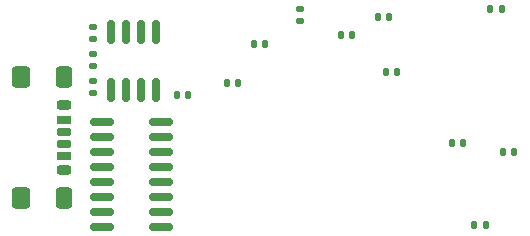
<source format=gtp>
G04 #@! TF.GenerationSoftware,KiCad,Pcbnew,8.0.5*
G04 #@! TF.CreationDate,2024-09-12T21:57:31+02:00*
G04 #@! TF.ProjectId,Ruler_IPRL_KiCad,52756c65-725f-4495-9052-4c5f4b694361,rev?*
G04 #@! TF.SameCoordinates,Original*
G04 #@! TF.FileFunction,Paste,Top*
G04 #@! TF.FilePolarity,Positive*
%FSLAX46Y46*%
G04 Gerber Fmt 4.6, Leading zero omitted, Abs format (unit mm)*
G04 Created by KiCad (PCBNEW 8.0.5) date 2024-09-12 21:57:31*
%MOMM*%
%LPD*%
G01*
G04 APERTURE LIST*
G04 Aperture macros list*
%AMRoundRect*
0 Rectangle with rounded corners*
0 $1 Rounding radius*
0 $2 $3 $4 $5 $6 $7 $8 $9 X,Y pos of 4 corners*
0 Add a 4 corners polygon primitive as box body*
4,1,4,$2,$3,$4,$5,$6,$7,$8,$9,$2,$3,0*
0 Add four circle primitives for the rounded corners*
1,1,$1+$1,$2,$3*
1,1,$1+$1,$4,$5*
1,1,$1+$1,$6,$7*
1,1,$1+$1,$8,$9*
0 Add four rect primitives between the rounded corners*
20,1,$1+$1,$2,$3,$4,$5,0*
20,1,$1+$1,$4,$5,$6,$7,0*
20,1,$1+$1,$6,$7,$8,$9,0*
20,1,$1+$1,$8,$9,$2,$3,0*%
G04 Aperture macros list end*
%ADD10RoundRect,0.135000X0.135000X0.185000X-0.135000X0.185000X-0.135000X-0.185000X0.135000X-0.185000X0*%
%ADD11RoundRect,0.147500X0.147500X0.172500X-0.147500X0.172500X-0.147500X-0.172500X0.147500X-0.172500X0*%
%ADD12RoundRect,0.140000X-0.170000X0.140000X-0.170000X-0.140000X0.170000X-0.140000X0.170000X0.140000X0*%
%ADD13RoundRect,0.135000X0.185000X-0.135000X0.185000X0.135000X-0.185000X0.135000X-0.185000X-0.135000X0*%
%ADD14RoundRect,0.175000X-0.425000X0.175000X-0.425000X-0.175000X0.425000X-0.175000X0.425000X0.175000X0*%
%ADD15RoundRect,0.190000X0.410000X-0.190000X0.410000X0.190000X-0.410000X0.190000X-0.410000X-0.190000X0*%
%ADD16RoundRect,0.200000X0.400000X-0.200000X0.400000X0.200000X-0.400000X0.200000X-0.400000X-0.200000X0*%
%ADD17RoundRect,0.175000X0.425000X-0.175000X0.425000X0.175000X-0.425000X0.175000X-0.425000X-0.175000X0*%
%ADD18RoundRect,0.190000X-0.410000X0.190000X-0.410000X-0.190000X0.410000X-0.190000X0.410000X0.190000X0*%
%ADD19RoundRect,0.200000X-0.400000X0.200000X-0.400000X-0.200000X0.400000X-0.200000X0.400000X0.200000X0*%
%ADD20RoundRect,0.250000X-0.425000X0.650000X-0.425000X-0.650000X0.425000X-0.650000X0.425000X0.650000X0*%
%ADD21RoundRect,0.250000X-0.500000X0.650000X-0.500000X-0.650000X0.500000X-0.650000X0.500000X0.650000X0*%
%ADD22RoundRect,0.147500X-0.172500X0.147500X-0.172500X-0.147500X0.172500X-0.147500X0.172500X0.147500X0*%
%ADD23RoundRect,0.150000X0.850000X0.150000X-0.850000X0.150000X-0.850000X-0.150000X0.850000X-0.150000X0*%
%ADD24RoundRect,0.150000X0.150000X-0.825000X0.150000X0.825000X-0.150000X0.825000X-0.150000X-0.825000X0*%
G04 APERTURE END LIST*
D10*
X118622000Y-89027000D03*
X117602000Y-89027000D03*
D11*
X96266000Y-95250000D03*
X95296000Y-95250000D03*
X109047000Y-89662000D03*
X108077000Y-89662000D03*
D12*
X83947000Y-95123000D03*
X83947000Y-96083000D03*
D11*
X109728000Y-94361000D03*
X108758000Y-94361000D03*
D13*
X83947000Y-93857000D03*
X83947000Y-92837000D03*
D11*
X98552000Y-91948000D03*
X97582000Y-91948000D03*
X119634000Y-101092000D03*
X118664000Y-101092000D03*
X115316000Y-100330000D03*
X114346000Y-100330000D03*
X92029000Y-96266000D03*
X91059000Y-96266000D03*
D14*
X81532500Y-99404000D03*
D15*
X81532500Y-101424000D03*
D16*
X81532500Y-102654000D03*
D17*
X81532500Y-100404000D03*
D18*
X81532500Y-98384000D03*
D19*
X81532500Y-97154000D03*
D20*
X81477500Y-94779000D03*
D21*
X77897500Y-94779000D03*
D20*
X81477500Y-105029000D03*
D21*
X77897500Y-105029000D03*
D11*
X117221000Y-107315000D03*
X116251000Y-107315000D03*
D22*
X101473000Y-89027000D03*
X101473000Y-89997000D03*
D11*
X105918000Y-91186000D03*
X104948000Y-91186000D03*
D23*
X89709000Y-107442000D03*
X89709000Y-106172000D03*
X89709000Y-104902000D03*
X89709000Y-103632000D03*
X89709000Y-102362000D03*
X89709000Y-101092000D03*
X89709000Y-99822000D03*
X89709000Y-98552000D03*
X84709000Y-98552000D03*
X84709000Y-99822000D03*
X84709000Y-101092000D03*
X84709000Y-102362000D03*
X84709000Y-103632000D03*
X84709000Y-104902000D03*
X84709000Y-106172000D03*
X84709000Y-107442000D03*
D13*
X83947000Y-91567000D03*
X83947000Y-90547000D03*
D24*
X85471000Y-95885000D03*
X86741000Y-95885000D03*
X88011000Y-95885000D03*
X89281000Y-95885000D03*
X89281000Y-90935000D03*
X88011000Y-90935000D03*
X86741000Y-90935000D03*
X85471000Y-90935000D03*
M02*

</source>
